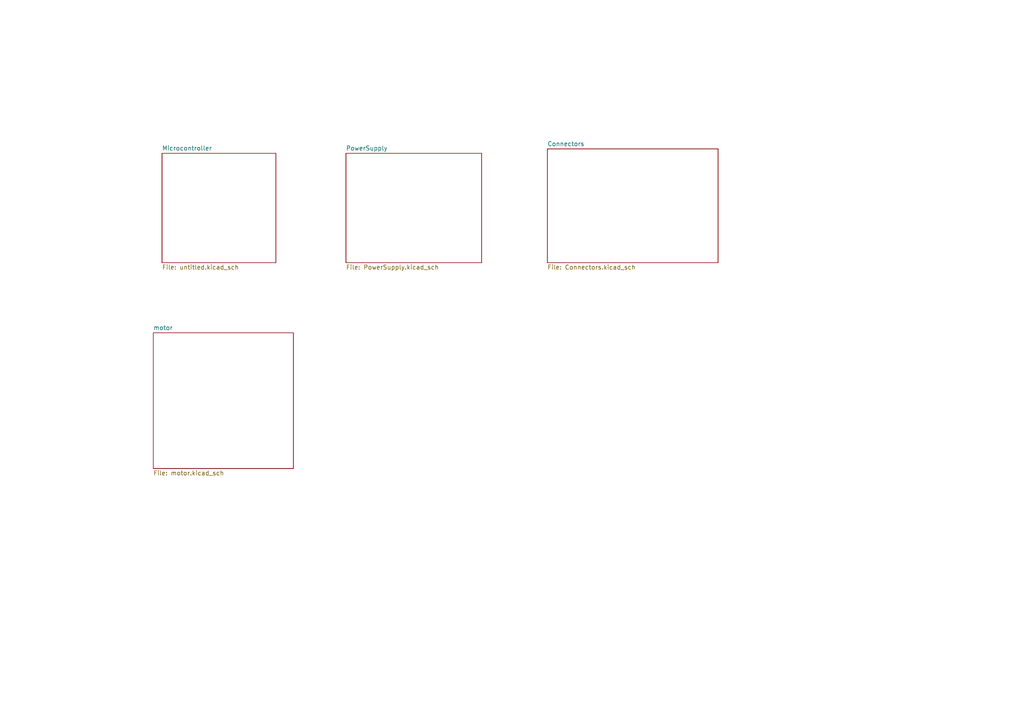
<source format=kicad_sch>
(kicad_sch (version 20211123) (generator eeschema)

  (uuid e63e39d7-6ac0-4ffd-8aa3-1841a4541b55)

  (paper "A4")

  (lib_symbols
  )


  (sheet (at 100.33 44.45) (size 39.37 31.75) (fields_autoplaced)
    (stroke (width 0.1524) (type solid) (color 0 0 0 0))
    (fill (color 0 0 0 0.0000))
    (uuid bdcf163b-154e-47ae-a0b4-6640ed1a77b2)
    (property "Sheet name" "PowerSupply" (id 0) (at 100.33 43.7384 0)
      (effects (font (size 1.27 1.27)) (justify left bottom))
    )
    (property "Sheet file" "PowerSupply.kicad_sch" (id 1) (at 100.33 76.7846 0)
      (effects (font (size 1.27 1.27)) (justify left top))
    )
  )

  (sheet (at 44.45 96.52) (size 40.64 39.37) (fields_autoplaced)
    (stroke (width 0.1524) (type solid) (color 0 0 0 0))
    (fill (color 0 0 0 0.0000))
    (uuid bfed4ad2-3fa7-41f6-abd2-2e437cef4025)
    (property "Sheet name" "motor" (id 0) (at 44.45 95.8084 0)
      (effects (font (size 1.27 1.27)) (justify left bottom))
    )
    (property "Sheet file" "motor.kicad_sch" (id 1) (at 44.45 136.4746 0)
      (effects (font (size 1.27 1.27)) (justify left top))
    )
  )

  (sheet (at 46.99 44.45) (size 33.02 31.75) (fields_autoplaced)
    (stroke (width 0.1524) (type solid) (color 0 0 0 0))
    (fill (color 0 0 0 0.0000))
    (uuid e7852bf0-0727-47c5-8785-9e89418159b8)
    (property "Sheet name" "Microcontroller" (id 0) (at 46.99 43.7384 0)
      (effects (font (size 1.27 1.27)) (justify left bottom))
    )
    (property "Sheet file" "untitled.kicad_sch" (id 1) (at 46.99 76.7846 0)
      (effects (font (size 1.27 1.27)) (justify left top))
    )
  )

  (sheet (at 158.75 43.18) (size 49.53 33.02) (fields_autoplaced)
    (stroke (width 0.1524) (type solid) (color 0 0 0 0))
    (fill (color 0 0 0 0.0000))
    (uuid feee3cdf-6c9c-4aa2-b3df-95aecece2f13)
    (property "Sheet name" "Connectors" (id 0) (at 158.75 42.4684 0)
      (effects (font (size 1.27 1.27)) (justify left bottom))
    )
    (property "Sheet file" "Connectors.kicad_sch" (id 1) (at 158.75 76.7846 0)
      (effects (font (size 1.27 1.27)) (justify left top))
    )
  )

  (sheet_instances
    (path "/" (page "1"))
    (path "/e7852bf0-0727-47c5-8785-9e89418159b8" (page "2"))
    (path "/bdcf163b-154e-47ae-a0b4-6640ed1a77b2" (page "3"))
    (path "/feee3cdf-6c9c-4aa2-b3df-95aecece2f13" (page "4"))
    (path "/bfed4ad2-3fa7-41f6-abd2-2e437cef4025" (page "5"))
  )

  (symbol_instances
    (path "/e7852bf0-0727-47c5-8785-9e89418159b8/f006e954-f687-4f63-b578-712e783d1a2f"
      (reference "#FLG0101") (unit 1) (value "PWR_FLAG") (footprint "")
    )
    (path "/bfed4ad2-3fa7-41f6-abd2-2e437cef4025/f172d22b-148c-4cda-917c-4d968250e08c"
      (reference "#FLG0102") (unit 1) (value "PWR_FLAG") (footprint "")
    )
    (path "/bdcf163b-154e-47ae-a0b4-6640ed1a77b2/d57136dc-cab2-44d1-a30e-baaed073bb96"
      (reference "#FLG0103") (unit 1) (value "PWR_FLAG") (footprint "")
    )
    (path "/e7852bf0-0727-47c5-8785-9e89418159b8/e0549410-9ac5-46db-b636-d8a6d971f2fe"
      (reference "#PWR01") (unit 1) (value "GND") (footprint "")
    )
    (path "/e7852bf0-0727-47c5-8785-9e89418159b8/5a72b672-d543-4d50-a287-862671613937"
      (reference "#PWR02") (unit 1) (value "+3.3V") (footprint "")
    )
    (path "/e7852bf0-0727-47c5-8785-9e89418159b8/65deff04-e893-4dc7-9655-7f0b8114739f"
      (reference "#PWR03") (unit 1) (value "GND") (footprint "")
    )
    (path "/e7852bf0-0727-47c5-8785-9e89418159b8/2fa455f4-fa0e-4f62-bd46-377927a99562"
      (reference "#PWR04") (unit 1) (value "GND") (footprint "")
    )
    (path "/e7852bf0-0727-47c5-8785-9e89418159b8/6c7cdcb2-08aa-4908-b267-4b067b5366ad"
      (reference "#PWR05") (unit 1) (value "+3.3V") (footprint "")
    )
    (path "/e7852bf0-0727-47c5-8785-9e89418159b8/a01d9186-5bd7-4517-b898-a2ae8222699e"
      (reference "#PWR06") (unit 1) (value "GND") (footprint "")
    )
    (path "/e7852bf0-0727-47c5-8785-9e89418159b8/119dce3e-8f00-4355-beb5-290a98b95d88"
      (reference "#PWR07") (unit 1) (value "+3.3V") (footprint "")
    )
    (path "/e7852bf0-0727-47c5-8785-9e89418159b8/3fac69f1-dea4-4f51-b564-c4698dd0f72b"
      (reference "#PWR08") (unit 1) (value "+3.3V") (footprint "")
    )
    (path "/e7852bf0-0727-47c5-8785-9e89418159b8/cfffcec2-60b1-4ea5-b388-27b8aee25f50"
      (reference "#PWR09") (unit 1) (value "GND") (footprint "")
    )
    (path "/e7852bf0-0727-47c5-8785-9e89418159b8/1faea7e2-782e-4cbb-87d8-851452b8a697"
      (reference "#PWR010") (unit 1) (value "+3.3VA") (footprint "")
    )
    (path "/e7852bf0-0727-47c5-8785-9e89418159b8/c995c12e-f0df-4665-882e-62469e2ec17b"
      (reference "#PWR011") (unit 1) (value "GND") (footprint "")
    )
    (path "/e7852bf0-0727-47c5-8785-9e89418159b8/aabc19ac-81c5-476e-aa18-1699110c5a69"
      (reference "#PWR012") (unit 1) (value "+3.3V") (footprint "")
    )
    (path "/e7852bf0-0727-47c5-8785-9e89418159b8/a46c47fc-e27c-40a7-a94f-de0a8fea0255"
      (reference "#PWR013") (unit 1) (value "GND") (footprint "")
    )
    (path "/e7852bf0-0727-47c5-8785-9e89418159b8/6c82930c-e6a0-41b2-be92-17996e46a3b8"
      (reference "#PWR014") (unit 1) (value "GND") (footprint "")
    )
    (path "/e7852bf0-0727-47c5-8785-9e89418159b8/3bbc3948-577e-4bc7-9b24-2c2f9cac577d"
      (reference "#PWR015") (unit 1) (value "VBUS") (footprint "")
    )
    (path "/e7852bf0-0727-47c5-8785-9e89418159b8/e4f298f9-a6d4-4435-9c8a-b357225db3f5"
      (reference "#PWR016") (unit 1) (value "GND") (footprint "")
    )
    (path "/bdcf163b-154e-47ae-a0b4-6640ed1a77b2/18c520b8-c5ee-4acd-b6c7-fa91192094d6"
      (reference "#PWR017") (unit 1) (value "VBUS") (footprint "")
    )
    (path "/bdcf163b-154e-47ae-a0b4-6640ed1a77b2/3e42522d-f546-4ccd-8890-28f00292aeb0"
      (reference "#PWR018") (unit 1) (value "+3.3V") (footprint "")
    )
    (path "/feee3cdf-6c9c-4aa2-b3df-95aecece2f13/0b89dd66-fd33-40fa-81c1-b68effde4266"
      (reference "#PWR019") (unit 1) (value "GND") (footprint "")
    )
    (path "/feee3cdf-6c9c-4aa2-b3df-95aecece2f13/eff85178-08a8-41c1-8c0c-41a814246217"
      (reference "#PWR020") (unit 1) (value "+3.3V") (footprint "")
    )
    (path "/feee3cdf-6c9c-4aa2-b3df-95aecece2f13/946d00b7-e220-47ab-ad9f-25f033087e4e"
      (reference "#PWR021") (unit 1) (value "GND") (footprint "")
    )
    (path "/feee3cdf-6c9c-4aa2-b3df-95aecece2f13/b7855469-c1a6-4bc0-ae7f-27f106e98d3a"
      (reference "#PWR022") (unit 1) (value "+3.3V") (footprint "")
    )
    (path "/feee3cdf-6c9c-4aa2-b3df-95aecece2f13/ce6e4f7e-db24-4b38-86ae-94d2210887c7"
      (reference "#PWR023") (unit 1) (value "GND") (footprint "")
    )
    (path "/feee3cdf-6c9c-4aa2-b3df-95aecece2f13/d6ae85bf-2498-4943-bda7-f83a6887e852"
      (reference "#PWR024") (unit 1) (value "+3.3V") (footprint "")
    )
    (path "/feee3cdf-6c9c-4aa2-b3df-95aecece2f13/5b2008d5-30fc-477c-bb85-d87c3f9ad711"
      (reference "#PWR025") (unit 1) (value "GND") (footprint "")
    )
    (path "/bfed4ad2-3fa7-41f6-abd2-2e437cef4025/caf5b6b0-88e5-4a60-af09-06420d584975"
      (reference "#PWR026") (unit 1) (value "GND") (footprint "")
    )
    (path "/bfed4ad2-3fa7-41f6-abd2-2e437cef4025/2b2113c9-a0e6-4894-acab-9da9e7eda990"
      (reference "#PWR027") (unit 1) (value "GND") (footprint "")
    )
    (path "/bfed4ad2-3fa7-41f6-abd2-2e437cef4025/fb951be5-2899-4e0a-b62c-c67ad445ecca"
      (reference "#PWR028") (unit 1) (value "GND") (footprint "")
    )
    (path "/bfed4ad2-3fa7-41f6-abd2-2e437cef4025/09abbd4e-556f-4ba3-bacf-6efe5ef3fc49"
      (reference "#PWR029") (unit 1) (value "GND") (footprint "")
    )
    (path "/bfed4ad2-3fa7-41f6-abd2-2e437cef4025/f7595026-0cf8-40dc-aecf-4763c5593339"
      (reference "#PWR030") (unit 1) (value "+12V") (footprint "")
    )
    (path "/bfed4ad2-3fa7-41f6-abd2-2e437cef4025/245c73f8-4a59-4597-b1d8-7b2c5c099ae3"
      (reference "#PWR031") (unit 1) (value "+12V") (footprint "")
    )
    (path "/bfed4ad2-3fa7-41f6-abd2-2e437cef4025/20831312-9f09-4338-994e-a65afa6f6f85"
      (reference "#PWR032") (unit 1) (value "GND") (footprint "")
    )
    (path "/bfed4ad2-3fa7-41f6-abd2-2e437cef4025/35473134-0a84-457b-8cb5-90213bef0fb4"
      (reference "#PWR033") (unit 1) (value "GND") (footprint "")
    )
    (path "/bfed4ad2-3fa7-41f6-abd2-2e437cef4025/6cfc3bd2-b99c-4ac5-9ed5-fa7305e676d8"
      (reference "#PWR034") (unit 1) (value "GND") (footprint "")
    )
    (path "/bfed4ad2-3fa7-41f6-abd2-2e437cef4025/99405bb7-9ec1-46ed-9fa6-f47dc8f685a0"
      (reference "#PWR035") (unit 1) (value "GND") (footprint "")
    )
    (path "/feee3cdf-6c9c-4aa2-b3df-95aecece2f13/3d959d87-ab1b-4611-a019-40da06fb959d"
      (reference "#PWR036") (unit 1) (value "+12V") (footprint "")
    )
    (path "/feee3cdf-6c9c-4aa2-b3df-95aecece2f13/77a358d2-6659-4474-b787-3aa4be349c48"
      (reference "#PWR037") (unit 1) (value "GND") (footprint "")
    )
    (path "/bdcf163b-154e-47ae-a0b4-6640ed1a77b2/8e172563-e081-45b7-8ff4-45e455586781"
      (reference "#PWR0101") (unit 1) (value "GND") (footprint "")
    )
    (path "/feee3cdf-6c9c-4aa2-b3df-95aecece2f13/f55a3f8e-d662-4a96-a594-316713b8fff1"
      (reference "#PWR0102") (unit 1) (value "GND") (footprint "")
    )
    (path "/feee3cdf-6c9c-4aa2-b3df-95aecece2f13/e9370e6b-81ab-4b5f-9804-e8084556fe7c"
      (reference "#PWR0103") (unit 1) (value "+3.3V") (footprint "")
    )
    (path "/e7852bf0-0727-47c5-8785-9e89418159b8/99732ba2-8757-4881-87c8-1d52235258df"
      (reference "C1") (unit 1) (value "10p") (footprint "")
    )
    (path "/e7852bf0-0727-47c5-8785-9e89418159b8/d921bd75-6b5f-477a-9194-0c1797dd833a"
      (reference "C2") (unit 1) (value "100n") (footprint "")
    )
    (path "/e7852bf0-0727-47c5-8785-9e89418159b8/900ea426-65ba-4cda-af17-2042a48a39dc"
      (reference "C3") (unit 1) (value "10u") (footprint "")
    )
    (path "/e7852bf0-0727-47c5-8785-9e89418159b8/d7815e13-1322-4208-af44-bf81024946e3"
      (reference "C4") (unit 1) (value "10p") (footprint "")
    )
    (path "/e7852bf0-0727-47c5-8785-9e89418159b8/0fcb0942-43c2-49b1-b166-d9aac8043c52"
      (reference "C5") (unit 1) (value "100n") (footprint "")
    )
    (path "/e7852bf0-0727-47c5-8785-9e89418159b8/b411894b-bd9f-4fcc-851d-6c6051c43b41"
      (reference "C6") (unit 1) (value "100n") (footprint "")
    )
    (path "/e7852bf0-0727-47c5-8785-9e89418159b8/145c6c94-02e8-438f-a539-1ad2e9575a38"
      (reference "C7") (unit 1) (value "100n") (footprint "")
    )
    (path "/e7852bf0-0727-47c5-8785-9e89418159b8/3d90e24d-6dcc-4ef1-8441-5cbd72af7209"
      (reference "C8") (unit 1) (value "100n") (footprint "")
    )
    (path "/e7852bf0-0727-47c5-8785-9e89418159b8/273bd47a-0f51-41d7-88d9-af8c85fa3314"
      (reference "C9") (unit 1) (value "10n") (footprint "")
    )
    (path "/e7852bf0-0727-47c5-8785-9e89418159b8/093780d9-187d-481f-9ede-ed7639ec21a4"
      (reference "C10") (unit 1) (value "1u") (footprint "")
    )
    (path "/e7852bf0-0727-47c5-8785-9e89418159b8/799620fb-e829-4576-9a60-18e6c880ef3a"
      (reference "C11") (unit 1) (value "1u") (footprint "")
    )
    (path "/bdcf163b-154e-47ae-a0b4-6640ed1a77b2/919f12cb-bbe6-45b1-a810-d2c01bc4588d"
      (reference "C12") (unit 1) (value "22u") (footprint "")
    )
    (path "/bdcf163b-154e-47ae-a0b4-6640ed1a77b2/de5aa04f-7441-497d-9fca-89816083a86d"
      (reference "C13") (unit 1) (value "22u") (footprint "")
    )
    (path "/bfed4ad2-3fa7-41f6-abd2-2e437cef4025/14449316-d548-4ee0-b20e-8a2a8358f455"
      (reference "C14") (unit 1) (value "100n") (footprint "")
    )
    (path "/bfed4ad2-3fa7-41f6-abd2-2e437cef4025/100728a0-951b-4ba6-b229-f5a85ea45505"
      (reference "C15") (unit 1) (value "100n") (footprint "")
    )
    (path "/bfed4ad2-3fa7-41f6-abd2-2e437cef4025/604d373f-a5d1-46eb-a9a3-71f4ed9e88ce"
      (reference "C16") (unit 1) (value "100n") (footprint "")
    )
    (path "/bfed4ad2-3fa7-41f6-abd2-2e437cef4025/87334b92-1ae8-48b0-8216-d385e25428e3"
      (reference "C17") (unit 1) (value "100n") (footprint "")
    )
    (path "/bfed4ad2-3fa7-41f6-abd2-2e437cef4025/b974a53a-be9c-4a7d-8cc6-4f8461e89a4b"
      (reference "C18") (unit 1) (value "470u") (footprint "")
    )
    (path "/bfed4ad2-3fa7-41f6-abd2-2e437cef4025/09c86e86-a85f-4586-b2b8-9b8467ff1d99"
      (reference "C19") (unit 1) (value "470u") (footprint "")
    )
    (path "/bfed4ad2-3fa7-41f6-abd2-2e437cef4025/99bcd7eb-6d28-4ab0-ac86-c64f8a04dad5"
      (reference "C20") (unit 1) (value "220n") (footprint "")
    )
    (path "/bfed4ad2-3fa7-41f6-abd2-2e437cef4025/9f73028b-2961-4b56-b20f-5c726d8f4b5e"
      (reference "C21") (unit 1) (value "220n") (footprint "")
    )
    (path "/bfed4ad2-3fa7-41f6-abd2-2e437cef4025/2636e367-d3e2-413b-9e31-a529fee0a968"
      (reference "C22") (unit 1) (value "220n") (footprint "")
    )
    (path "/bfed4ad2-3fa7-41f6-abd2-2e437cef4025/54efa94d-bc55-4448-9f6e-59ebbc59e91e"
      (reference "C23") (unit 1) (value "220n") (footprint "")
    )
    (path "/bfed4ad2-3fa7-41f6-abd2-2e437cef4025/6e6eac80-7a7c-484b-90ed-6edbb60d9810"
      (reference "C24") (unit 1) (value "220n") (footprint "")
    )
    (path "/bfed4ad2-3fa7-41f6-abd2-2e437cef4025/3ed5bc84-39eb-469d-88f6-53767f40e9ef"
      (reference "C25") (unit 1) (value "220n") (footprint "")
    )
    (path "/bfed4ad2-3fa7-41f6-abd2-2e437cef4025/709e2af2-5303-4040-b423-e64078c12a72"
      (reference "C26") (unit 1) (value "220n") (footprint "")
    )
    (path "/bfed4ad2-3fa7-41f6-abd2-2e437cef4025/5b7f2106-d8e8-4c2f-9518-18213ee7727c"
      (reference "C27") (unit 1) (value "220n") (footprint "")
    )
    (path "/bfed4ad2-3fa7-41f6-abd2-2e437cef4025/03558712-5e65-4101-b3a4-3a27613555ca"
      (reference "C28") (unit 1) (value "470u") (footprint "")
    )
    (path "/bfed4ad2-3fa7-41f6-abd2-2e437cef4025/2c3622d5-5a5e-4a8e-8e2d-8a845c048f7c"
      (reference "C29") (unit 1) (value "470u") (footprint "")
    )
    (path "/bfed4ad2-3fa7-41f6-abd2-2e437cef4025/059b302a-0acb-452f-8473-6700cc9dec9c"
      (reference "C30") (unit 1) (value "100n") (footprint "")
    )
    (path "/bfed4ad2-3fa7-41f6-abd2-2e437cef4025/5a70f926-d4f5-4666-a7d8-58c8b16f28db"
      (reference "C31") (unit 1) (value "100n") (footprint "")
    )
    (path "/bfed4ad2-3fa7-41f6-abd2-2e437cef4025/c5b0f7ff-c5f4-4115-9a8e-dce4c7150b23"
      (reference "C32") (unit 1) (value "100n") (footprint "")
    )
    (path "/bfed4ad2-3fa7-41f6-abd2-2e437cef4025/f01409e8-a60c-4743-9eff-f633962fadbc"
      (reference "C33") (unit 1) (value "100n") (footprint "")
    )
    (path "/e7852bf0-0727-47c5-8785-9e89418159b8/d7841f66-ac43-428f-b0fe-edfcee5dfff2"
      (reference "D1") (unit 1) (value "GREEN") (footprint "")
    )
    (path "/bdcf163b-154e-47ae-a0b4-6640ed1a77b2/4d469207-cd2c-4e55-9d6f-08e2f600a877"
      (reference "D2") (unit 1) (value "RED") (footprint "")
    )
    (path "/e7852bf0-0727-47c5-8785-9e89418159b8/7375e091-2989-4228-a975-fc2411c1bf78"
      (reference "FB1") (unit 1) (value "120R") (footprint "")
    )
    (path "/e7852bf0-0727-47c5-8785-9e89418159b8/0665ba3f-3698-47fe-86d9-be8d49af224e"
      (reference "J1") (unit 1) (value "USB_B_Micro") (footprint "")
    )
    (path "/feee3cdf-6c9c-4aa2-b3df-95aecece2f13/47000a57-17f7-45ed-88b3-35eb65ff9ce6"
      (reference "J2") (unit 1) (value "Conn_01x04_Male") (footprint "")
    )
    (path "/feee3cdf-6c9c-4aa2-b3df-95aecece2f13/10afe7be-3430-4e2d-b408-2fd8624e7d21"
      (reference "J3") (unit 1) (value "Conn_01x03_Male") (footprint "")
    )
    (path "/feee3cdf-6c9c-4aa2-b3df-95aecece2f13/0525b4eb-c5ec-4b82-a94e-3be94024b2c9"
      (reference "J4") (unit 1) (value "Conn_02x06_Odd_Even") (footprint "Connector_DIN:DIN41612_B2_2x8_Female_Vertical_THT")
    )
    (path "/feee3cdf-6c9c-4aa2-b3df-95aecece2f13/7a855e72-5b13-47ea-b659-fc22f5530167"
      (reference "J5") (unit 1) (value "Conn_01x04_Male") (footprint "")
    )
    (path "/feee3cdf-6c9c-4aa2-b3df-95aecece2f13/690af93a-b650-4aeb-9766-34850a1163db"
      (reference "J6") (unit 1) (value "Conn_01x04_Male") (footprint "")
    )
    (path "/feee3cdf-6c9c-4aa2-b3df-95aecece2f13/c9bf9306-77a7-497d-9ac8-a9e4ac33baef"
      (reference "J7") (unit 1) (value "Screw_Terminal_01x02") (footprint "")
    )
    (path "/feee3cdf-6c9c-4aa2-b3df-95aecece2f13/e2295d77-521e-423c-9533-121fbbd03aac"
      (reference "J8") (unit 1) (value "Screw_Terminal_01x02") (footprint "")
    )
    (path "/feee3cdf-6c9c-4aa2-b3df-95aecece2f13/86173435-8833-4c21-8dbc-7fd7f4cf086f"
      (reference "J9") (unit 1) (value "Screw_Terminal_01x02") (footprint "")
    )
    (path "/bdcf163b-154e-47ae-a0b4-6640ed1a77b2/76491c51-cb4c-49c7-9b14-202a71235c41"
      (reference "JP1") (unit 1) (value "Jumper_2_Open") (footprint "")
    )
    (path "/bfed4ad2-3fa7-41f6-abd2-2e437cef4025/fa041f88-9380-4f41-8990-7b7070c17162"
      (reference "M1") (unit 1) (value "Motor_DC") (footprint "")
    )
    (path "/bfed4ad2-3fa7-41f6-abd2-2e437cef4025/f655c39f-8cd4-45bf-a133-0a745e9bcf1a"
      (reference "M2") (unit 1) (value "Motor_DC") (footprint "")
    )
    (path "/bfed4ad2-3fa7-41f6-abd2-2e437cef4025/343009e1-94d5-47f4-b57f-68f2390bd353"
      (reference "Q1") (unit 1) (value "BTN8982TA") (footprint "Package_TO_SOT_SMD:TO-263-7_TabPin8")
    )
    (path "/bfed4ad2-3fa7-41f6-abd2-2e437cef4025/356556bb-bbdc-458a-99e2-1c3e16926fad"
      (reference "Q2") (unit 1) (value "BTN8982TA") (footprint "Package_TO_SOT_SMD:TO-263-7_TabPin8")
    )
    (path "/bfed4ad2-3fa7-41f6-abd2-2e437cef4025/52fe1c61-25bd-49fc-95b9-f19b60cacb02"
      (reference "Q3") (unit 1) (value "BTN8982TA") (footprint "Package_TO_SOT_SMD:TO-263-7_TabPin8")
    )
    (path "/bfed4ad2-3fa7-41f6-abd2-2e437cef4025/6a31e36c-23ea-498e-acfe-df9cb861f364"
      (reference "Q4") (unit 1) (value "BTN8982TA") (footprint "Package_TO_SOT_SMD:TO-263-7_TabPin8")
    )
    (path "/e7852bf0-0727-47c5-8785-9e89418159b8/d460cb61-f9a8-48a1-8fdd-fd701103484a"
      (reference "R1") (unit 1) (value "10k") (footprint "")
    )
    (path "/e7852bf0-0727-47c5-8785-9e89418159b8/51d5b1ee-aaec-4d8a-9697-e05205dd71cb"
      (reference "R2") (unit 1) (value "4k7") (footprint "")
    )
    (path "/e7852bf0-0727-47c5-8785-9e89418159b8/693bd32a-f43e-4503-9d2a-5719166ccddf"
      (reference "R3") (unit 1) (value "4k7") (footprint "")
    )
    (path "/e7852bf0-0727-47c5-8785-9e89418159b8/40302b11-880e-4420-995b-19435a5d9fc5"
      (reference "R4") (unit 1) (value "10k") (footprint "")
    )
    (path "/e7852bf0-0727-47c5-8785-9e89418159b8/24c524c9-59cd-4a4f-a98e-7af83c90a742"
      (reference "R5") (unit 1) (value "1k5") (footprint "")
    )
    (path "/e7852bf0-0727-47c5-8785-9e89418159b8/6b25b728-7799-4c4c-8b3f-76181fc7fdd3"
      (reference "R6") (unit 1) (value "1k5") (footprint "")
    )
    (path "/bdcf163b-154e-47ae-a0b4-6640ed1a77b2/0539e079-0d8e-4298-bf77-a45b3af920f3"
      (reference "R7") (unit 1) (value "1k5") (footprint "")
    )
    (path "/feee3cdf-6c9c-4aa2-b3df-95aecece2f13/14e87334-2bb6-41b1-b4e2-f9c0ce2107b4"
      (reference "R8") (unit 1) (value "0R") (footprint "")
    )
    (path "/feee3cdf-6c9c-4aa2-b3df-95aecece2f13/a642a647-a018-4d03-a6a2-eceee6f1a5a6"
      (reference "R9") (unit 1) (value "0R") (footprint "")
    )
    (path "/feee3cdf-6c9c-4aa2-b3df-95aecece2f13/f321909f-3e55-45d2-b1a5-fa8784cb94d2"
      (reference "R10") (unit 1) (value "0R") (footprint "")
    )
    (path "/feee3cdf-6c9c-4aa2-b3df-95aecece2f13/727ee2c6-2aaa-4a08-85b4-f0119ebcee86"
      (reference "R11") (unit 1) (value "0R") (footprint "")
    )
    (path "/feee3cdf-6c9c-4aa2-b3df-95aecece2f13/85dc0bac-e7ec-408d-8065-8fd7b50921d6"
      (reference "R12") (unit 1) (value "0R") (footprint "")
    )
    (path "/feee3cdf-6c9c-4aa2-b3df-95aecece2f13/db958a60-05a1-4836-b8a9-a081285b415d"
      (reference "R13") (unit 1) (value "0R") (footprint "")
    )
    (path "/feee3cdf-6c9c-4aa2-b3df-95aecece2f13/f111f4fd-3242-4f60-91d6-c4fac767dfd3"
      (reference "R14") (unit 1) (value "0R") (footprint "")
    )
    (path "/feee3cdf-6c9c-4aa2-b3df-95aecece2f13/17416004-4993-4e3e-81ce-bec187801aef"
      (reference "R15") (unit 1) (value "0R") (footprint "")
    )
    (path "/feee3cdf-6c9c-4aa2-b3df-95aecece2f13/2df1fffb-f20d-42c1-b7b6-8237c9a8953c"
      (reference "R16") (unit 1) (value "0R") (footprint "")
    )
    (path "/feee3cdf-6c9c-4aa2-b3df-95aecece2f13/0c1621be-0c8f-40c7-8985-4f19bb091235"
      (reference "R17") (unit 1) (value "0R") (footprint "")
    )
    (path "/bfed4ad2-3fa7-41f6-abd2-2e437cef4025/86283bd0-63a3-4c39-90a5-240cb47bca00"
      (reference "R18") (unit 1) (value "10k") (footprint "")
    )
    (path "/bfed4ad2-3fa7-41f6-abd2-2e437cef4025/f6f9c720-42ba-40c2-8752-d419a435dea9"
      (reference "R19") (unit 1) (value "10k") (footprint "")
    )
    (path "/bfed4ad2-3fa7-41f6-abd2-2e437cef4025/c107acbf-3cef-40ee-b20d-70742cfe40f2"
      (reference "R20") (unit 1) (value "10k") (footprint "")
    )
    (path "/bfed4ad2-3fa7-41f6-abd2-2e437cef4025/87a8dca6-163c-462b-897f-38ebe1730016"
      (reference "R21") (unit 1) (value "10k") (footprint "")
    )
    (path "/bfed4ad2-3fa7-41f6-abd2-2e437cef4025/640ddf9e-e105-4205-af0a-cce2e7d22da4"
      (reference "R22") (unit 1) (value "10k") (footprint "")
    )
    (path "/bfed4ad2-3fa7-41f6-abd2-2e437cef4025/2b89638b-7342-4adc-a79b-d281237a930b"
      (reference "R23") (unit 1) (value "10k") (footprint "")
    )
    (path "/bfed4ad2-3fa7-41f6-abd2-2e437cef4025/c487aaf6-7003-4578-a563-f60d366c77f8"
      (reference "R24") (unit 1) (value "10k") (footprint "")
    )
    (path "/bfed4ad2-3fa7-41f6-abd2-2e437cef4025/753b01bc-2706-4e43-bc1e-1e89eee78bab"
      (reference "R25") (unit 1) (value "10k") (footprint "")
    )
    (path "/bfed4ad2-3fa7-41f6-abd2-2e437cef4025/093fb640-3830-4295-b0dc-4461635b62b4"
      (reference "R26") (unit 1) (value "10k") (footprint "")
    )
    (path "/bfed4ad2-3fa7-41f6-abd2-2e437cef4025/cf8a6357-8a75-4083-b8a7-95c1ddb7dce8"
      (reference "R27") (unit 1) (value "10k") (footprint "")
    )
    (path "/bfed4ad2-3fa7-41f6-abd2-2e437cef4025/72aef29e-be57-4ec8-b857-7b757312ece5"
      (reference "R28") (unit 1) (value "10k") (footprint "")
    )
    (path "/bfed4ad2-3fa7-41f6-abd2-2e437cef4025/9b1a7bd6-2853-437b-98cd-738201606bd8"
      (reference "R29") (unit 1) (value "10k") (footprint "")
    )
    (path "/e7852bf0-0727-47c5-8785-9e89418159b8/ac573005-1f6b-4f97-bda5-33c8072c5995"
      (reference "SW1") (unit 1) (value "SW_DIP_x01") (footprint "")
    )
    (path "/e7852bf0-0727-47c5-8785-9e89418159b8/7d0b4c2a-b34b-4977-a810-78815460fca8"
      (reference "SW2") (unit 1) (value "SW_SPDT") (footprint "")
    )
    (path "/e7852bf0-0727-47c5-8785-9e89418159b8/6d6f16d7-83c3-4f5b-9c6b-36b4f2547ac3"
      (reference "U1") (unit 1) (value "STM32F103C8Tx") (footprint "Package_QFP:LQFP-48_7x7mm_P0.5mm")
    )
    (path "/bdcf163b-154e-47ae-a0b4-6640ed1a77b2/45e5d8e0-5d76-4504-8c5f-ce6d1371bdc6"
      (reference "U2") (unit 1) (value "AMS1117-3.3") (footprint "Package_TO_SOT_SMD:SOT-223-3_TabPin2")
    )
    (path "/e7852bf0-0727-47c5-8785-9e89418159b8/977903e7-465d-4ab7-afc6-ce8144fa5129"
      (reference "Y1") (unit 1) (value "16MHz") (footprint "")
    )
  )
)

</source>
